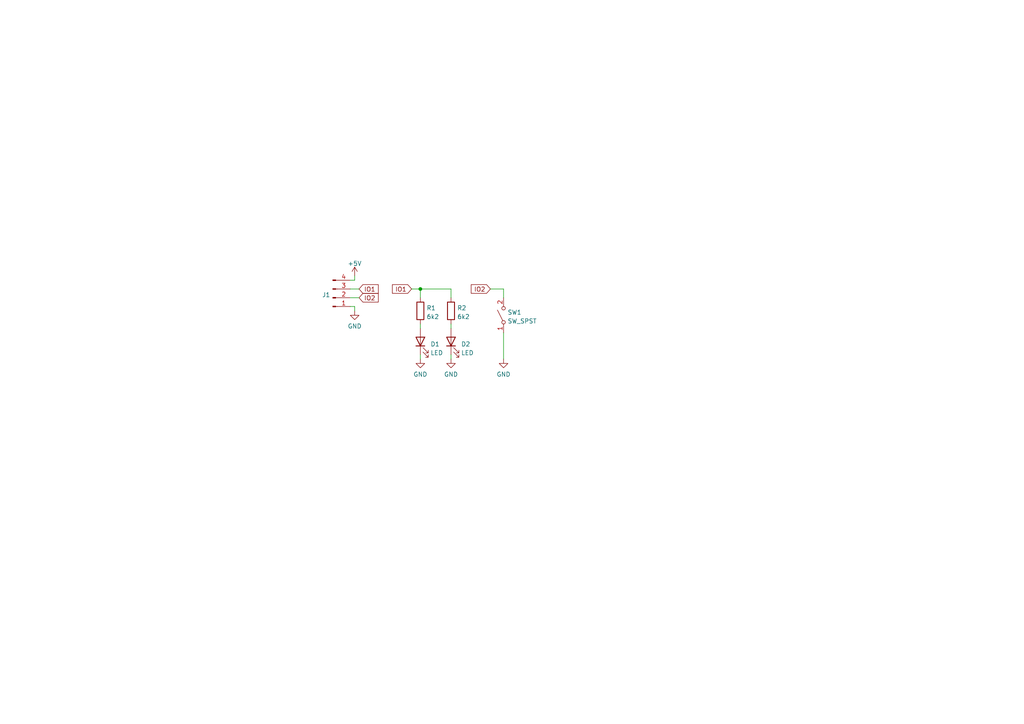
<source format=kicad_sch>
(kicad_sch (version 20211123) (generator eeschema)
  (paper "A4")
  (lib_symbols
    (symbol "Connector:Conn_01x04_Male" (pin_names (offset 1.016) hide)
      (property "Reference" "J" (at 0 5.08 0))
      (property "Value" "Conn_01x04_Male" (at 0 -7.62 0))
      (symbol "Conn_01x04_Male_1_1"
        (polyline (pts (xy 1.27 -5.08) (xy 0.8636 -5.08)) (stroke (width 0.1524)))
        (polyline (pts (xy 1.27 -2.54) (xy 0.8636 -2.54)) (stroke (width 0.1524)))
        (polyline (pts (xy 1.27 0) (xy 0.8636 0)) (stroke (width 0.1524)))
        (polyline (pts (xy 1.27 2.54) (xy 0.8636 2.54)) (stroke (width 0.1524)))
        (rectangle (start 0.8636 -4.953) (end 0 -5.207) (stroke (width 0.1524)) (fill (type outline)))
        (rectangle (start 0.8636 -2.413) (end 0 -2.667) (stroke (width 0.1524)) (fill (type outline)))
        (rectangle (start 0.8636 0.127) (end 0 -0.127) (stroke (width 0.1524)) (fill (type outline)))
        (rectangle (start 0.8636 2.667) (end 0 2.413) (stroke (width 0.1524)) (fill (type outline)))
        (pin passive line (at 5.08 2.54 180) (length 3.81) (name "Pin_1") (number "1"))
        (pin passive line (at 5.08 0 180) (length 3.81) (name "Pin_2") (number "2"))
        (pin passive line (at 5.08 -2.54 180) (length 3.81) (name "Pin_3") (number "3"))
        (pin passive line (at 5.08 -5.08 180) (length 3.81) (name "Pin_4") (number "4"))
      )
    )
    (symbol "Device:LED" (pin_numbers hide) (pin_names (offset 1.016) hide)
      (property "Reference" "D" (at 0 2.54 0))
      (property "Value" "LED" (at 0 -2.54 0))
      (symbol "LED_0_1"
        (polyline (pts (xy -1.27 -1.27) (xy -1.27 1.27)) (stroke (width 0.254)))
        (polyline (pts (xy -1.27 0) (xy 1.27 0)))
        (polyline (pts (xy 1.27 -1.27) (xy 1.27 1.27) (xy -1.27 0) (xy 1.27 -1.27)) (stroke (width 0.254)))
        (polyline (pts (xy -3.048 -0.762) (xy -4.572 -2.286) (xy -3.81 -2.286) (xy -4.572 -2.286) (xy -4.572 -1.524)))
        (polyline (pts (xy -1.778 -0.762) (xy -3.302 -2.286) (xy -2.54 -2.286) (xy -3.302 -2.286) (xy -3.302 -1.524)))
      )
      (symbol "LED_1_1"
        (pin passive line (at -3.81 0 0) (length 2.54) (name "K") (number "1"))
        (pin passive line (at 3.81 0 180) (length 2.54) (name "A") (number "2"))
      )
    )
    (symbol "Device:R" (pin_numbers hide) (pin_names (offset 0))
      (property "Reference" "R" (at 2.032 0 90))
      (property "Value" "R" (at 0 0 90))
      (symbol "R_0_1"
        (rectangle (start -1.016 -2.54) (end 1.016 2.54) (stroke (width 0.254)))
      )
      (symbol "R_1_1"
        (pin passive line (at 0 3.81 270) (length 1.27) (name "~") (number "1"))
        (pin passive line (at 0 -3.81 90) (length 1.27) (name "~") (number "2"))
      )
    )
    (symbol "Switch:SW_SPST" (pin_names (offset 0) hide)
      (property "Reference" "SW" (at 0 3.175 0))
      (property "Value" "SW_SPST" (at 0 -2.54 0))
      (symbol "SW_SPST_0_0"
        (circle (center -2.032 0) (radius 0.508))
        (polyline (pts (xy -1.524 0.254) (xy 1.524 1.778)))
        (circle (center 2.032 0) (radius 0.508))
      )
      (symbol "SW_SPST_1_1"
        (pin passive line (at -5.08 0 0) (length 2.54) (name "A") (number "1"))
        (pin passive line (at 5.08 0 180) (length 2.54) (name "B") (number "2"))
      )
    )
    (symbol "power:+5V" (power) (pin_names (offset 0))
      (property "Value" "+5V" (at 0 3.556 0))
      (symbol "+5V_0_1"
        (polyline (pts (xy -0.762 1.27) (xy 0 2.54)))
        (polyline (pts (xy 0 0) (xy 0 2.54)))
        (polyline (pts (xy 0 2.54) (xy 0.762 1.27)))
      )
      (symbol "+5V_1_1"
        (pin power_in line (at 0 0 90) (length 0) hide (name "+5V") (number "1"))
      )
    )
    (symbol "power:GND" (power) (pin_names (offset 0))
      (property "Value" "GND" (at 0 -3.81 0))
      (symbol "GND_0_1"
        (polyline (pts (xy 0 0) (xy 0 -1.27) (xy 1.27 -1.27) (xy 0 -2.54) (xy -1.27 -1.27) (xy 0 -1.27)))
      )
      (symbol "GND_1_1"
        (pin power_in line (at 0 0 270) (length 0) hide (name "GND") (number "1"))
      )
    )
  )
  (junction (at 121.92 83.82))
  (wire (pts (xy 146.05 83.82) (xy 146.05 86.36)))
  (wire (pts (xy 130.81 83.82) (xy 130.81 86.36)))
  (wire (pts (xy 130.81 93.98) (xy 130.81 95.25)))
  (wire (pts (xy 142.24 83.82) (xy 146.05 83.82)))
  (wire (pts (xy 101.6 81.28) (xy 102.87 81.28)))
  (wire (pts (xy 102.87 88.9) (xy 101.6 88.9)))
  (wire (pts (xy 101.6 86.36) (xy 104.14 86.36)))
  (wire (pts (xy 101.6 83.82) (xy 104.14 83.82)))
  (wire (pts (xy 121.92 102.87) (xy 121.92 104.14)))
  (wire (pts (xy 130.81 102.87) (xy 130.81 104.14)))
  (wire (pts (xy 102.87 80.01) (xy 102.87 81.28)))
  (wire (pts (xy 102.87 90.17) (xy 102.87 88.9)))
  (wire (pts (xy 121.92 83.82) (xy 130.81 83.82)))
  (wire (pts (xy 121.92 93.98) (xy 121.92 95.25)))
  (wire (pts (xy 121.92 83.82) (xy 119.38 83.82)))
  (wire (pts (xy 146.05 96.52) (xy 146.05 104.14)))
  (wire (pts (xy 121.92 86.36) (xy 121.92 83.82)))
  (global_label "IO1" (shape input) (at 119.38 83.82 180) (property "Intersheet References" "${INTERSHEET_REFS}" (effects hide)))
  (global_label "IO2" (shape input) (at 142.24 83.82 180) (property "Intersheet References" "${INTERSHEET_REFS}" (effects hide)))
  (global_label "IO2" (shape input) (at 104.14 86.36 0) (property "Intersheet References" "${INTERSHEET_REFS}" (effects hide)))
  (global_label "IO1" (shape input) (at 104.14 83.82 0) (property "Intersheet References" "${INTERSHEET_REFS}" (effects hide)))
  (symbol (lib_id "power:+5V") (at 102.87 80.01 0) (unit 1)
    (property "Reference" "#PWR01" (effects hide))
    (property "Value" "+5V" (at 102.87 76.4342 0))
  )
  (symbol (lib_id "Device:LED") (at 130.81 99.06 90) (unit 1)
    (property "Reference" "D2" (at 133.731 99.8128 90) (effects (justify right)))
    (property "Value" "LED" (at 133.731 102.3497 90) (effects (justify right)))
    (property "Footprint" "LED_SMD:LED_0805_2012Metric_Pad1.15x1.40mm_HandSolder" (effects hide))
    (property "JLCPCB Part#" "C2296" (effects hide))
  )
  (symbol (lib_id "Device:R") (at 121.92 90.17 0) (unit 1)
    (property "Reference" "R1" (at 123.698 89.3353 0) (effects (justify left)))
    (property "Value" "6k2" (at 123.698 91.8722 0) (effects (justify left)))
    (property "Footprint" "Resistor_SMD:R_0603_1608Metric_Pad0.98x0.95mm_HandSolder" (effects hide))
    (property "JLCPCB Part#" "C4260" (effects hide))
  )
  (symbol (lib_id "power:GND") (at 102.87 90.17 0) (unit 1)
    (property "Reference" "#PWR02" (effects hide))
    (property "Value" "GND" (at 102.87 94.6134 0))
  )
  (symbol (lib_id "power:GND") (at 130.81 104.14 0) (unit 1)
    (property "Reference" "#PWR04" (effects hide))
    (property "Value" "GND" (at 130.81 108.5834 0))
  )
  (symbol (lib_id "Device:R") (at 130.81 90.17 0) (unit 1)
    (property "Reference" "R2" (at 132.588 89.3353 0) (effects (justify left)))
    (property "Value" "6k2" (at 132.588 91.8722 0) (effects (justify left)))
    (property "Footprint" "Resistor_SMD:R_0603_1608Metric_Pad0.98x0.95mm_HandSolder" (effects hide))
    (property "JLCPCB Part#" "C4260" (effects hide))
  )
  (symbol (lib_id "Switch:SW_SPST") (at 146.05 91.44 90) (unit 1)
    (property "Reference" "SW1" (at 147.193 90.6053 90) (effects (justify right)))
    (property "Value" "SW_SPST" (at 147.193 93.1422 90) (effects (justify right)))
    (property "Footprint" "Button_Switch_THT:SW_PUSH_6mm_H7.3mm" (effects hide))
  )
  (symbol (lib_id "power:GND") (at 121.92 104.14 0) (unit 1)
    (property "Reference" "#PWR03" (effects hide))
    (property "Value" "GND" (at 121.92 108.5834 0))
  )
  (symbol (lib_id "Connector:Conn_01x04_Male") (at 96.52 86.36 0) (mirror x) (unit 1)
    (property "Reference" "J1" (at 95.8088 85.5238 0) (effects (justify right)))
    (property "Value" "Conn_01x04_Male" (effects hide))
    (property "Footprint" "Connector_JST:JST_PH_B4B-PH-SM4-TB_1x04-1MP_P2.00mm_Vertical" (effects hide))
  )
  (symbol (lib_id "power:GND") (at 146.05 104.14 0) (unit 1)
    (property "Reference" "#PWR05" (effects hide))
    (property "Value" "GND" (at 146.05 108.5834 0))
  )
  (symbol (lib_id "Device:LED") (at 121.92 99.06 90) (unit 1)
    (property "Reference" "D1" (at 124.841 99.8128 90) (effects (justify right)))
    (property "Value" "LED" (at 124.841 102.3497 90) (effects (justify right)))
    (property "Footprint" "LED_SMD:LED_0805_2012Metric_Pad1.15x1.40mm_HandSolder" (effects hide))
    (property "JLCPCB Part#" "C2296" (effects hide))
  )
)
</source>
